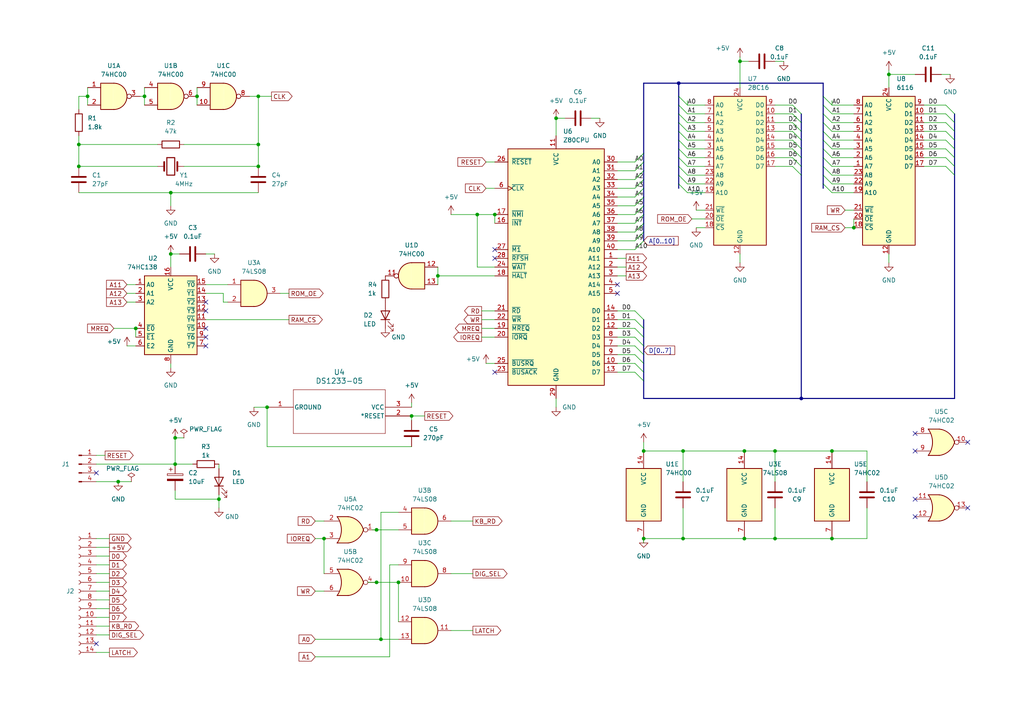
<source format=kicad_sch>
(kicad_sch (version 20230121) (generator eeschema)
  (paper "A4")
  (lib_symbols
    (symbol "+5V_1" (power) (pin_names (offset 0))
      (property "Value" "+5V_1" (at 0 3.556 0))
      (symbol "+5V_1_1_1"
        (pin power_in line (at 0 0 90) (length 0) hide (name "+5V") (number "1"))
      )
    )
    (symbol "+5V_2" (power) (pin_names (offset 0))
      (property "Value" "+5V_2" (at 0 3.556 0))
      (symbol "+5V_2_1_1"
        (pin power_in line (at 0 0 90) (length 0) hide (name "+5V") (number "1"))
      )
    )
    (symbol "74xx:74HC00" (pin_names (offset 1.016))
      (property "Reference" "U" (at 0 1.27 0))
      (property "Value" "74HC00" (at 0 -1.27 0))
      (symbol "74HC00_1_1"
        (pin input line (at -7.62 2.54 0) (length 3.81) (name "~") (number "1"))
        (pin input line (at -7.62 -2.54 0) (length 3.81) (name "~") (number "2"))
        (pin output inverted (at 7.62 0 180) (length 3.81) (name "~") (number "3"))
      )
      (symbol "74HC00_1_2"
        (pin input inverted (at -7.62 2.54 0) (length 4.318) (name "~") (number "1"))
        (pin input inverted (at -7.62 -2.54 0) (length 4.318) (name "~") (number "2"))
        (pin output line (at 7.62 0 180) (length 3.81) (name "~") (number "3"))
      )
      (symbol "74HC00_2_1"
        (pin input line (at -7.62 2.54 0) (length 3.81) (name "~") (number "4"))
        (pin input line (at -7.62 -2.54 0) (length 3.81) (name "~") (number "5"))
        (pin output inverted (at 7.62 0 180) (length 3.81) (name "~") (number "6"))
      )
      (symbol "74HC00_2_2"
        (pin input inverted (at -7.62 2.54 0) (length 4.318) (name "~") (number "4"))
        (pin input inverted (at -7.62 -2.54 0) (length 4.318) (name "~") (number "5"))
        (pin output line (at 7.62 0 180) (length 3.81) (name "~") (number "6"))
      )
      (symbol "74HC00_3_1"
        (pin input line (at -7.62 -2.54 0) (length 3.81) (name "~") (number "10"))
        (pin output inverted (at 7.62 0 180) (length 3.81) (name "~") (number "8"))
        (pin input line (at -7.62 2.54 0) (length 3.81) (name "~") (number "9"))
      )
      (symbol "74HC00_3_2"
        (pin input inverted (at -7.62 -2.54 0) (length 4.318) (name "~") (number "10"))
        (pin output line (at 7.62 0 180) (length 3.81) (name "~") (number "8"))
        (pin input inverted (at -7.62 2.54 0) (length 4.318) (name "~") (number "9"))
      )
      (symbol "74HC00_4_1"
        (pin output inverted (at 7.62 0 180) (length 3.81) (name "~") (number "11"))
        (pin input line (at -7.62 2.54 0) (length 3.81) (name "~") (number "12"))
        (pin input line (at -7.62 -2.54 0) (length 3.81) (name "~") (number "13"))
      )
      (symbol "74HC00_4_2"
        (pin output line (at 7.62 0 180) (length 3.81) (name "~") (number "11"))
        (pin input inverted (at -7.62 2.54 0) (length 4.318) (name "~") (number "12"))
        (pin input inverted (at -7.62 -2.54 0) (length 4.318) (name "~") (number "13"))
      )
      (symbol "74HC00_5_0"
        (pin power_in line (at 0 12.7 270) (length 5.08) (name "VCC") (number "14"))
        (pin power_in line (at 0 -12.7 90) (length 5.08) (name "GND") (number "7"))
      )
    )
    (symbol "74xx:74HC02" (pin_names (offset 1.016))
      (property "Reference" "U" (at 0 1.27 0))
      (property "Value" "74HC02" (at 0 -1.27 0))
      (symbol "74HC02_1_1"
        (pin output inverted (at 7.62 0 180) (length 3.81) (name "~") (number "1"))
        (pin input line (at -7.62 2.54 0) (length 4.318) (name "~") (number "2"))
        (pin input line (at -7.62 -2.54 0) (length 4.318) (name "~") (number "3"))
      )
      (symbol "74HC02_1_2"
        (pin output line (at 7.62 0 180) (length 3.81) (name "~") (number "1"))
        (pin input inverted (at -7.62 2.54 0) (length 3.81) (name "~") (number "2"))
        (pin input inverted (at -7.62 -2.54 0) (length 3.81) (name "~") (number "3"))
      )
      (symbol "74HC02_2_1"
        (pin output inverted (at 7.62 0 180) (length 3.81) (name "~") (number "4"))
        (pin input line (at -7.62 2.54 0) (length 4.318) (name "~") (number "5"))
        (pin input line (at -7.62 -2.54 0) (length 4.318) (name "~") (number "6"))
      )
      (symbol "74HC02_2_2"
        (pin output line (at 7.62 0 180) (length 3.81) (name "~") (number "4"))
        (pin input inverted (at -7.62 2.54 0) (length 3.81) (name "~") (number "5"))
        (pin input inverted (at -7.62 -2.54 0) (length 3.81) (name "~") (number "6"))
      )
      (symbol "74HC02_3_1"
        (pin output inverted (at 7.62 0 180) (length 3.81) (name "~") (number "10"))
        (pin input line (at -7.62 2.54 0) (length 4.318) (name "~") (number "8"))
        (pin input line (at -7.62 -2.54 0) (length 4.318) (name "~") (number "9"))
      )
      (symbol "74HC02_3_2"
        (pin output line (at 7.62 0 180) (length 3.81) (name "~") (number "10"))
        (pin input inverted (at -7.62 2.54 0) (length 3.81) (name "~") (number "8"))
        (pin input inverted (at -7.62 -2.54 0) (length 3.81) (name "~") (number "9"))
      )
      (symbol "74HC02_4_1"
        (pin input line (at -7.62 2.54 0) (length 4.318) (name "~") (number "11"))
        (pin input line (at -7.62 -2.54 0) (length 4.318) (name "~") (number "12"))
        (pin output inverted (at 7.62 0 180) (length 3.81) (name "~") (number "13"))
      )
      (symbol "74HC02_4_2"
        (pin input inverted (at -7.62 2.54 0) (length 3.81) (name "~") (number "11"))
        (pin input inverted (at -7.62 -2.54 0) (length 3.81) (name "~") (number "12"))
        (pin output line (at 7.62 0 180) (length 3.81) (name "~") (number "13"))
      )
      (symbol "74HC02_5_0"
        (pin power_in line (at 0 12.7 270) (length 5.08) (name "VCC") (number "14"))
        (pin power_in line (at 0 -12.7 90) (length 5.08) (name "GND") (number "7"))
      )
    )
    (symbol "74xx:74HC138"
      (property "Reference" "U" (at -7.62 13.97 0))
      (property "Value" "74HC138" (at 2.54 -11.43 0))
      (symbol "74HC138_1_1"
        (pin input line (at -10.16 10.16 0) (length 2.54) (name "A0") (number "1"))
        (pin output line (at 10.16 -2.54 180) (length 2.54) (name "~{Y5}") (number "10"))
        (pin output line (at 10.16 0 180) (length 2.54) (name "~{Y4}") (number "11"))
        (pin output line (at 10.16 2.54 180) (length 2.54) (name "~{Y3}") (number "12"))
        (pin output line (at 10.16 5.08 180) (length 2.54) (name "~{Y2}") (number "13"))
        (pin output line (at 10.16 7.62 180) (length 2.54) (name "~{Y1}") (number "14"))
        (pin output line (at 10.16 10.16 180) (length 2.54) (name "~{Y0}") (number "15"))
        (pin power_in line (at 0 15.24 270) (length 2.54) (name "VCC") (number "16"))
        (pin input line (at -10.16 7.62 0) (length 2.54) (name "A1") (number "2"))
        (pin input line (at -10.16 5.08 0) (length 2.54) (name "A2") (number "3"))
        (pin input line (at -10.16 -2.54 0) (length 2.54) (name "~{E0}") (number "4"))
        (pin input line (at -10.16 -5.08 0) (length 2.54) (name "~{E1}") (number "5"))
        (pin input line (at -10.16 -7.62 0) (length 2.54) (name "E2") (number "6"))
        (pin output line (at 10.16 -7.62 180) (length 2.54) (name "~{Y7}") (number "7"))
        (pin power_in line (at 0 -12.7 90) (length 2.54) (name "GND") (number "8"))
        (pin output line (at 10.16 -5.08 180) (length 2.54) (name "~{Y6}") (number "9"))
      )
    )
    (symbol "74xx:74LS08" (pin_names (offset 1.016))
      (property "Reference" "U" (at 0 1.27 0))
      (property "Value" "74LS08" (at 0 -1.27 0))
      (symbol "74LS08_1_1"
        (pin input line (at -7.62 2.54 0) (length 3.81) (name "~") (number "1"))
        (pin input line (at -7.62 -2.54 0) (length 3.81) (name "~") (number "2"))
        (pin output line (at 7.62 0 180) (length 3.81) (name "~") (number "3"))
      )
      (symbol "74LS08_1_2"
        (pin input inverted (at -7.62 2.54 0) (length 4.318) (name "~") (number "1"))
        (pin input inverted (at -7.62 -2.54 0) (length 4.318) (name "~") (number "2"))
        (pin output inverted (at 7.62 0 180) (length 3.81) (name "~") (number "3"))
      )
      (symbol "74LS08_2_1"
        (pin input line (at -7.62 2.54 0) (length 3.81) (name "~") (number "4"))
        (pin input line (at -7.62 -2.54 0) (length 3.81) (name "~") (number "5"))
        (pin output line (at 7.62 0 180) (length 3.81) (name "~") (number "6"))
      )
      (symbol "74LS08_2_2"
        (pin input inverted (at -7.62 2.54 0) (length 4.318) (name "~") (number "4"))
        (pin input inverted (at -7.62 -2.54 0) (length 4.318) (name "~") (number "5"))
        (pin output inverted (at 7.62 0 180) (length 3.81) (name "~") (number "6"))
      )
      (symbol "74LS08_3_1"
        (pin input line (at -7.62 -2.54 0) (length 3.81) (name "~") (number "10"))
        (pin output line (at 7.62 0 180) (length 3.81) (name "~") (number "8"))
        (pin input line (at -7.62 2.54 0) (length 3.81) (name "~") (number "9"))
      )
      (symbol "74LS08_3_2"
        (pin input inverted (at -7.62 -2.54 0) (length 4.318) (name "~") (number "10"))
        (pin output inverted (at 7.62 0 180) (length 3.81) (name "~") (number "8"))
        (pin input inverted (at -7.62 2.54 0) (length 4.318) (name "~") (number "9"))
      )
      (symbol "74LS08_4_1"
        (pin output line (at 7.62 0 180) (length 3.81) (name "~") (number "11"))
        (pin input line (at -7.62 2.54 0) (length 3.81) (name "~") (number "12"))
        (pin input line (at -7.62 -2.54 0) (length 3.81) (name "~") (number "13"))
      )
      (symbol "74LS08_4_2"
        (pin output inverted (at 7.62 0 180) (length 3.81) (name "~") (number "11"))
        (pin input inverted (at -7.62 2.54 0) (length 4.318) (name "~") (number "12"))
        (pin input inverted (at -7.62 -2.54 0) (length 4.318) (name "~") (number "13"))
      )
      (symbol "74LS08_5_0"
        (pin power_in line (at 0 12.7 270) (length 5.08) (name "VCC") (number "14"))
        (pin power_in line (at 0 -12.7 90) (length 5.08) (name "GND") (number "7"))
      )
    )
    (symbol "CPU:Z80CPU" (pin_names (offset 1.016))
      (property "Reference" "U" (at -13.97 35.56 0))
      (property "Value" "Z80CPU" (at 6.35 35.56 0))
      (symbol "Z80CPU_1_1"
        (pin output line (at 17.78 2.54 180) (length 3.81) (name "A11") (number "1"))
        (pin bidirectional line (at 17.78 -27.94 180) (length 3.81) (name "D6") (number "10"))
        (pin power_in line (at 0 38.1 270) (length 3.81) (name "VCC") (number "11"))
        (pin bidirectional line (at 17.78 -17.78 180) (length 3.81) (name "D2") (number "12"))
        (pin bidirectional line (at 17.78 -30.48 180) (length 3.81) (name "D7") (number "13"))
        (pin bidirectional line (at 17.78 -12.7 180) (length 3.81) (name "D0") (number "14"))
        (pin bidirectional line (at 17.78 -15.24 180) (length 3.81) (name "D1") (number "15"))
        (pin input line (at -17.78 12.7 0) (length 3.81) (name "~{INT}") (number "16"))
        (pin input line (at -17.78 15.24 0) (length 3.81) (name "~{NMI}") (number "17"))
        (pin output line (at -17.78 -2.54 0) (length 3.81) (name "~{HALT}") (number "18"))
        (pin output line (at -17.78 -17.78 0) (length 3.81) (name "~{MREQ}") (number "19"))
        (pin output line (at 17.78 0 180) (length 3.81) (name "A12") (number "2"))
        (pin output line (at -17.78 -20.32 0) (length 3.81) (name "~{IORQ}") (number "20"))
        (pin output line (at -17.78 -12.7 0) (length 3.81) (name "~{RD}") (number "21"))
        (pin output line (at -17.78 -15.24 0) (length 3.81) (name "~{WR}") (number "22"))
        (pin output line (at -17.78 -30.48 0) (length 3.81) (name "~{BUSACK}") (number "23"))
        (pin input line (at -17.78 0 0) (length 3.81) (name "~{WAIT}") (number "24"))
        (pin input line (at -17.78 -27.94 0) (length 3.81) (name "~{BUSRQ}") (number "25"))
        (pin input line (at -17.78 30.48 0) (length 3.81) (name "~{RESET}") (number "26"))
        (pin output line (at -17.78 5.08 0) (length 3.81) (name "~{M1}") (number "27"))
        (pin output line (at -17.78 2.54 0) (length 3.81) (name "~{RFSH}") (number "28"))
        (pin power_in line (at 0 -38.1 90) (length 3.81) (name "GND") (number "29"))
        (pin output line (at 17.78 -2.54 180) (length 3.81) (name "A13") (number "3"))
        (pin output line (at 17.78 30.48 180) (length 3.81) (name "A0") (number "30"))
        (pin output line (at 17.78 27.94 180) (length 3.81) (name "A1") (number "31"))
        (pin output line (at 17.78 25.4 180) (length 3.81) (name "A2") (number "32"))
        (pin output line (at 17.78 22.86 180) (length 3.81) (name "A3") (number "33"))
        (pin output line (at 17.78 20.32 180) (length 3.81) (name "A4") (number "34"))
        (pin output line (at 17.78 17.78 180) (length 3.81) (name "A5") (number "35"))
        (pin output line (at 17.78 15.24 180) (length 3.81) (name "A6") (number "36"))
        (pin output line (at 17.78 12.7 180) (length 3.81) (name "A7") (number "37"))
        (pin output line (at 17.78 10.16 180) (length 3.81) (name "A8") (number "38"))
        (pin output line (at 17.78 7.62 180) (length 3.81) (name "A9") (number "39"))
        (pin output line (at 17.78 -5.08 180) (length 3.81) (name "A14") (number "4"))
        (pin output line (at 17.78 5.08 180) (length 3.81) (name "A10") (number "40"))
        (pin output line (at 17.78 -7.62 180) (length 3.81) (name "A15") (number "5"))
        (pin input clock (at -17.78 22.86 0) (length 3.81) (name "~{CLK}") (number "6"))
        (pin bidirectional line (at 17.78 -22.86 180) (length 3.81) (name "D4") (number "7"))
        (pin bidirectional line (at 17.78 -20.32 180) (length 3.81) (name "D3") (number "8"))
        (pin bidirectional line (at 17.78 -25.4 180) (length 3.81) (name "D5") (number "9"))
      )
    )
    (symbol "Connector:Conn_01x04_Pin" (pin_names (offset 1.016) hide)
      (property "Reference" "J" (at 0 5.08 0))
      (property "Value" "Conn_01x04_Pin" (at 0 -7.62 0))
      (symbol "Conn_01x04_Pin_1_1"
        (pin passive line (at 5.08 2.54 180) (length 3.81) (name "Pin_1") (number "1"))
        (pin passive line (at 5.08 0 180) (length 3.81) (name "Pin_2") (number "2"))
        (pin passive line (at 5.08 -2.54 180) (length 3.81) (name "Pin_3") (number "3"))
        (pin passive line (at 5.08 -5.08 180) (length 3.81) (name "Pin_4") (number "4"))
      )
    )
    (symbol "Connector:Conn_01x14_Socket" (pin_names (offset 1.016) hide)
      (property "Reference" "J" (at 0 17.78 0))
      (property "Value" "Conn_01x14_Socket" (at 0 -20.32 0))
      (symbol "Conn_01x14_Socket_1_1"
        (pin passive line (at -5.08 15.24 0) (length 3.81) (name "Pin_1") (number "1"))
        (pin passive line (at -5.08 -7.62 0) (length 3.81) (name "Pin_10") (number "10"))
        (pin passive line (at -5.08 -10.16 0) (length 3.81) (name "Pin_11") (number "11"))
        (pin passive line (at -5.08 -12.7 0) (length 3.81) (name "Pin_12") (number "12"))
        (pin passive line (at -5.08 -15.24 0) (length 3.81) (name "Pin_13") (number "13"))
        (pin passive line (at -5.08 -17.78 0) (length 3.81) (name "Pin_14") (number "14"))
        (pin passive line (at -5.08 12.7 0) (length 3.81) (name "Pin_2") (number "2"))
        (pin passive line (at -5.08 10.16 0) (length 3.81) (name "Pin_3") (number "3"))
        (pin passive line (at -5.08 7.62 0) (length 3.81) (name "Pin_4") (number "4"))
        (pin passive line (at -5.08 5.08 0) (length 3.81) (name "Pin_5") (number "5"))
        (pin passive line (at -5.08 2.54 0) (length 3.81) (name "Pin_6") (number "6"))
        (pin passive line (at -5.08 0 0) (length 3.81) (name "Pin_7") (number "7"))
        (pin passive line (at -5.08 -2.54 0) (length 3.81) (name "Pin_8") (number "8"))
        (pin passive line (at -5.08 -5.08 0) (length 3.81) (name "Pin_9") (number "9"))
      )
    )
    (symbol "DQ_Library:28C16"
      (property "Reference" "U" (at -7.62 26.67 0))
      (property "Value" "28C16" (at 2.54 -20.32 0))
      (symbol "28C16_1_1"
        (pin input line (at -10.16 5.08 0) (length 2.54) (name "A7") (number "1"))
        (pin tri_state line (at 10.16 20.32 180) (length 2.54) (name "D1") (number "10"))
        (pin tri_state line (at 10.16 17.78 180) (length 2.54) (name "D2") (number "11"))
        (pin power_in line (at 0 -20.32 90) (length 2.54) (name "GND") (number "12"))
        (pin tri_state line (at 10.16 15.24 180) (length 2.54) (name "D3") (number "13"))
        (pin tri_state line (at 10.16 12.7 180) (length 2.54) (name "D4") (number "14"))
        (pin tri_state line (at 10.16 10.16 180) (length 2.54) (name "D5") (number "15"))
        (pin tri_state line (at 10.16 7.62 180) (length 2.54) (name "D6") (number "16"))
        (pin tri_state line (at 10.16 5.08 180) (length 2.54) (name "D7") (number "17"))
        (pin input line (at -10.16 -12.7 0) (length 2.54) (name "~{CS}") (number "18"))
        (pin input line (at -10.16 -2.54 0) (length 2.54) (name "A10") (number "19"))
        (pin input line (at -10.16 7.62 0) (length 2.54) (name "A6") (number "2"))
        (pin input line (at -10.16 -10.16 0) (length 2.54) (name "~{OE}") (number "20"))
        (pin input line (at -10.16 -7.62 0) (length 2.54) (name "~{WE}") (number "21"))
        (pin input line (at -10.16 0 0) (length 2.54) (name "A9") (number "22"))
        (pin input line (at -10.16 2.54 0) (length 2.54) (name "A8") (number "23"))
        (pin power_in line (at 0 27.94 270) (length 2.54) (name "VCC") (number "24"))
        (pin input line (at -10.16 10.16 0) (length 2.54) (name "A5") (number "3"))
        (pin input line (at -10.16 12.7 0) (length 2.54) (name "A4") (number "4"))
        (pin input line (at -10.16 15.24 0) (length 2.54) (name "A3") (number "5"))
        (pin input line (at -10.16 17.78 0) (length 2.54) (name "A2") (number "6"))
        (pin input line (at -10.16 20.32 0) (length 2.54) (name "A1") (number "7"))
        (pin input line (at -10.16 22.86 0) (length 2.54) (name "A0") (number "8"))
        (pin tri_state line (at 10.16 22.86 180) (length 2.54) (name "D0") (number "9"))
      )
    )
    (symbol "DQ_Library:6116"
      (property "Reference" "U" (at -7.62 26.67 0))
      (property "Value" "6116" (at 2.54 -20.32 0))
      (symbol "6116_0_0"
        (pin input line (at -10.16 0 0) (length 2.54) (name "A9") (number "22"))
      )
      (symbol "6116_1_1"
        (pin input line (at -10.16 5.08 0) (length 2.54) (name "A7") (number "1"))
        (pin tri_state line (at 10.16 20.32 180) (length 2.54) (name "D1") (number "10"))
        (pin tri_state line (at 10.16 17.78 180) (length 2.54) (name "D2") (number "11"))
        (pin power_in line (at 0 -20.32 90) (length 2.54) (name "GND") (number "12"))
        (pin tri_state line (at 10.16 15.24 180) (length 2.54) (name "D3") (number "13"))
        (pin tri_state line (at 10.16 12.7 180) (length 2.54) (name "D4") (number "14"))
        (pin tri_state line (at 10.16 10.16 180) (length 2.54) (name "D5") (number "15"))
        (pin tri_state line (at 10.16 7.62 180) (length 2.54) (name "D6") (number "16"))
        (pin tri_state line (at 10.16 5.08 180) (length 2.54) (name "D7") (number "17"))
        (pin input line (at -10.16 -12.7 0) (length 2.54) (name "~{CS}") (number "18"))
        (pin input line (at -10.16 -2.54 0) (length 2.54) (name "A10") (number "19"))
        (pin input line (at -10.16 7.62 0) (length 2.54) (name "A6") (number "2"))
        (pin input line (at -10.16 -10.16 0) (length 2.54) (name "~{OE}") (number "20"))
        (pin input line (at -10.16 -7.62 0) (length 2.54) (name "~{WE}") (number "21"))
        (pin input line (at -10.16 2.54 0) (length 2.54) (name "A8") (number "23"))
        (pin power_in line (at 0 27.94 270) (length 2.54) (name "VCC") (number "24"))
        (pin input line (at -10.16 10.16 0) (length 2.54) (name "A5") (number "3"))
        (pin input line (at -10.16 12.7 0) (length 2.54) (name "A4") (number "4"))
        (pin input line (at -10.16 15.24 0) (length 2.54) (name "A3") (number "5"))
        (pin input line (at -10.16 17.78 0) (length 2.54) (name "A2") (number "6"))
        (pin input line (at -10.16 20.32 0) (length 2.54) (name "A1") (number "7"))
        (pin input line (at -10.16 22.86 0) (length 2.54) (name "A0") (number "8"))
        (pin tri_state line (at 10.16 22.86 180) (length 2.54) (name "D0") (number "9"))
      )
    )
    (symbol "DS1233-05:DS1233-05" (pin_names (offset 0.254))
      (property "Reference" "U" (at 21.59 10.16 0))
      (property "Value" "DS1233-05" (at 21.59 7.62 0))
      (symbol "DS1233-05_0_1"
        (pin power_in line (at 0 0 0) (length 7.62) (name "GROUND") (number "1"))
        (pin power_in line (at 41.91 0 180) (length 7.62) (name "VCC") (number "3"))
      )
      (symbol "DS1233-05_1_1"
        (pin output line (at 41.91 -2.54 180) (length 7.62) (name "*RESET") (number "2"))
      )
    )
    (symbol "Device:C" (pin_numbers hide) (pin_names (offset 0.254))
      (property "Reference" "C" (at 0.635 2.54 0))
      (property "Value" "C" (at 0.635 -2.54 0))
      (symbol "C_1_1"
        (pin passive line (at 0 3.81 270) (length 2.794) (name "~") (number "1"))
        (pin passive line (at 0 -3.81 90) (length 2.794) (name "~") (number "2"))
      )
    )
    (symbol "Device:C_Polarized" (pin_numbers hide) (pin_names (offset 0.254))
      (property "Reference" "C" (at 0.635 2.54 0))
      (property "Value" "C_Polarized" (at 0.635 -2.54 0))
      (symbol "C_Polarized_1_1"
        (pin passive line (at 0 3.81 270) (length 2.794) (name "~") (number "1"))
        (pin passive line (at 0 -3.81 90) (length 2.794) (name "~") (number "2"))
      )
    )
    (symbol "Device:Crystal" (pin_numbers hide) (pin_names (offset 1.016) hide)
      (property "Reference" "Y" (at 0 3.81 0))
      (property "Value" "Crystal" (at 0 -3.81 0))
      (symbol "Crystal_1_1"
        (pin passive line (at -3.81 0 0) (length 1.27) (name "1") (number "1"))
        (pin passive line (at 3.81 0 180) (length 1.27) (name "2") (number "2"))
      )
    )
    (symbol "Device:LED" (pin_numbers hide) (pin_names (offset 1.016) hide)
      (property "Reference" "D" (at 0 2.54 0))
      (property "Value" "LED" (at 0 -2.54 0))
      (symbol "LED_1_1"
        (pin passive line (at -3.81 0 0) (length 2.54) (name "K") (number "1"))
        (pin passive line (at 3.81 0 180) (length 2.54) (name "A") (number "2"))
      )
    )
    (symbol "Device:R" (pin_numbers hide) (pin_names (offset 0))
      (property "Reference" "R" (at 2.032 0 90))
      (property "Value" "R" (at 0 0 90))
      (symbol "R_1_1"
        (pin passive line (at 0 3.81 270) (length 1.27) (name "~") (number "1"))
        (pin passive line (at 0 -3.81 90) (length 1.27) (name "~") (number "2"))
      )
    )
    (symbol "GND_1" (power) (pin_names (offset 0))
      (property "Value" "GND_1" (at 0 -3.81 0))
      (symbol "GND_1_1_1"
        (pin power_in line (at 0 0 270) (length 0) hide (name "GND") (number "1"))
      )
    )
    (symbol "power:PWR_FLAG" (power) (pin_numbers hide) (pin_names (offset 0) hide)
      (property "Value" "PWR_FLAG" (at 0 3.81 0))
      (symbol "PWR_FLAG_0_0"
        (pin power_out line (at 0 0 90) (length 0) (name "pwr") (number "1"))
      )
    )
  )
  (bus_alias "DBus" (members "D0" "D1" "D2" "D3" "D4" "D5" "D6" "D7"))
  (junction (at 49.53 55.88))
  (junction (at 215.9 130.81))
  (junction (at 74.93 41.91))
  (junction (at 224.79 130.81))
  (junction (at 50.8 127))
  (junction (at 74.93 27.94))
  (junction (at 93.98 156.21))
  (junction (at 161.29 34.29))
  (junction (at 39.37 95.25))
  (junction (at 109.22 168.91))
  (junction (at 143.51 62.23))
  (junction (at 127 80.01))
  (junction (at 198.12 156.21))
  (junction (at 186.69 130.81))
  (junction (at 198.12 130.81))
  (junction (at 214.63 17.78))
  (junction (at 115.57 168.91))
  (junction (at 57.15 27.94))
  (junction (at 196.85 24.13))
  (junction (at 25.4 27.94))
  (junction (at 224.79 156.21))
  (junction (at 50.8 134.62))
  (junction (at 77.47 118.11))
  (junction (at 119.38 120.65))
  (junction (at 74.93 48.26))
  (junction (at 241.3 130.81))
  (junction (at 109.22 153.67))
  (junction (at 110.49 185.42))
  (junction (at 247.65 66.04))
  (junction (at 186.69 156.21))
  (junction (at 232.41 115.57))
  (junction (at 22.86 48.26))
  (junction (at 215.9 156.21))
  (junction (at 22.86 41.91))
  (junction (at 49.53 73.66))
  (junction (at 257.81 21.59))
  (junction (at 241.3 156.21))
  (junction (at 34.29 139.7))
  (junction (at 63.5 144.78))
  (junction (at 41.91 27.94))
  (junction (at 138.43 62.23))
  (no_connect (at 179.07 85.09))
  (no_connect (at 265.43 125.73))
  (no_connect (at 59.69 95.25))
  (no_connect (at 265.43 149.86))
  (no_connect (at 27.94 186.69))
  (no_connect (at 143.51 72.39))
  (no_connect (at 265.43 144.78))
  (no_connect (at 59.69 100.33))
  (no_connect (at 143.51 107.95))
  (no_connect (at 143.51 74.93))
  (no_connect (at 179.07 82.55))
  (no_connect (at 59.69 97.79))
  (no_connect (at 265.43 130.81))
  (no_connect (at 59.69 87.63))
  (no_connect (at 280.67 128.27))
  (no_connect (at 59.69 90.17))
  (no_connect (at 280.67 147.32))
  (no_connect (at 27.94 137.16))
  (bus_entry (at 238.76 53.34) (size 2.54 2.54))
  (bus_entry (at 238.76 38.1) (size 2.54 2.54))
  (bus_entry (at 238.76 43.18) (size 2.54 2.54))
  (bus_entry (at 186.69 46.99) (size -2.54 2.54))
  (bus_entry (at 196.85 43.18) (size 2.54 2.54))
  (bus_entry (at 238.76 48.26) (size 2.54 2.54))
  (bus_entry (at 196.85 38.1) (size 2.54 2.54))
  (bus_entry (at 186.69 57.15) (size -2.54 2.54))
  (bus_entry (at 238.76 40.64) (size 2.54 2.54))
  (bus_entry (at 196.85 50.8) (size 2.54 2.54))
  (bus_entry (at 196.85 40.64) (size 2.54 2.54))
  (bus_entry (at 229.87 40.64) (size 2.54 2.54))
  (bus_entry (at 229.87 43.18) (size 2.54 2.54))
  (bus_entry (at 229.87 45.72) (size 2.54 2.54))
  (bus_entry (at 229.87 48.26) (size 2.54 2.54))
  (bus_entry (at 186.69 44.45) (size -2.54 2.54))
  (bus_entry (at 229.87 30.48) (size 2.54 2.54))
  (bus_entry (at 229.87 33.02) (size 2.54 2.54))
  (bus_entry (at 229.87 35.56) (size 2.54 2.54))
  (bus_entry (at 229.87 38.1) (size 2.54 2.54))
  (bus_entry (at 186.69 62.23) (size -2.54 2.54))
  (bus_entry (at 196.85 30.48) (size 2.54 2.54))
  (bus_entry (at 196.85 45.72) (size 2.54 2.54))
  (bus_entry (at 238.76 50.8) (size 2.54 2.54))
  (bus_entry (at 238.76 33.02) (size 2.54 2.54))
  (bus_entry (at 184.15 102.87) (size 2.54 2.54))
  (bus_entry (at 184.15 90.17) (size 2.54 2.54))
  (bus_entry (at 184.15 92.71) (size 2.54 2.54))
  (bus_entry (at 184.15 95.25) (size 2.54 2.54))
  (bus_entry (at 184.15 97.79) (size 2.54 2.54))
  (bus_entry (at 184.15 100.33) (size 2.54 2.54))
  (bus_entry (at 186.69 49.53) (size -2.54 2.54))
  (bus_entry (at 196.85 33.02) (size 2.54 2.54))
  (bus_entry (at 238.76 30.48) (size 2.54 2.54))
  (bus_entry (at 186.69 52.07) (size -2.54 2.54))
  (bus_entry (at 238.76 45.72) (size 2.54 2.54))
  (bus_entry (at 196.85 48.26) (size 2.54 2.54))
  (bus_entry (at 196.85 53.34) (size 2.54 2.54))
  (bus_entry (at 186.69 67.31) (size -2.54 2.54))
  (bus_entry (at 238.76 27.94) (size 2.54 2.54))
  (bus_entry (at 196.85 27.94) (size 2.54 2.54))
  (bus_entry (at 186.69 59.69) (size -2.54 2.54))
  (bus_entry (at 274.32 35.56) (size 2.54 2.54))
  (bus_entry (at 274.32 33.02) (size 2.54 2.54))
  (bus_entry (at 274.32 30.48) (size 2.54 2.54))
  (bus_entry (at 274.32 43.18) (size 2.54 2.54))
  (bus_entry (at 274.32 40.64) (size 2.54 2.54))
  (bus_entry (at 274.32 38.1) (size 2.54 2.54))
  (bus_entry (at 274.32 45.72) (size 2.54 2.54))
  (bus_entry (at 274.32 48.26) (size 2.54 2.54))
  (bus_entry (at 196.85 35.56) (size 2.54 2.54))
  (bus_entry (at 186.69 54.61) (size -2.54 2.54))
  (bus_entry (at 186.69 69.85) (size -2.54 2.54))
  (bus_entry (at 186.69 64.77) (size -2.54 2.54))
  (bus_entry (at 184.15 105.41) (size 2.54 2.54))
  (bus_entry (at 184.15 107.95) (size 2.54 2.54))
  (bus_entry (at 238.76 35.56) (size 2.54 2.54))
  (wire (pts (xy 41.91 27.94) (xy 41.91 30.48)))
  (bus (pts (xy 186.69 67.31) (xy 186.69 64.77)))
  (wire (pts (xy 267.97 33.02) (xy 274.32 33.02)))
  (wire (pts (xy 267.97 30.48) (xy 274.32 30.48)))
  (wire (pts (xy 199.39 40.64) (xy 204.47 40.64)))
  (wire (pts (xy 113.03 190.5) (xy 91.44 190.5)))
  (wire (pts (xy 27.94 156.21) (xy 31.75 156.21)))
  (bus (pts (xy 238.76 24.13) (xy 238.76 27.94)))
  (wire (pts (xy 201.93 60.96) (xy 204.47 60.96)))
  (wire (pts (xy 34.29 139.7) (xy 38.1 139.7)))
  (wire (pts (xy 27.94 171.45) (xy 31.75 171.45)))
  (wire (pts (xy 50.8 127) (xy 53.34 127)))
  (wire (pts (xy 127 80.01) (xy 127 82.55)))
  (wire (pts (xy 199.39 48.26) (xy 204.47 48.26)))
  (wire (pts (xy 27.94 184.15) (xy 31.75 184.15)))
  (wire (pts (xy 109.22 168.91) (xy 115.57 168.91)))
  (wire (pts (xy 22.86 41.91) (xy 45.72 41.91)))
  (wire (pts (xy 186.69 130.81) (xy 198.12 130.81)))
  (wire (pts (xy 130.81 182.88) (xy 137.16 182.88)))
  (bus (pts (xy 232.41 115.57) (xy 276.86 115.57)))
  (wire (pts (xy 215.9 156.21) (xy 224.79 156.21)))
  (wire (pts (xy 91.44 185.42) (xy 110.49 185.42)))
  (wire (pts (xy 130.81 151.13) (xy 137.16 151.13)))
  (wire (pts (xy 267.97 45.72) (xy 274.32 45.72)))
  (wire (pts (xy 198.12 130.81) (xy 215.9 130.81)))
  (wire (pts (xy 247.65 63.5) (xy 247.65 66.04)))
  (wire (pts (xy 199.39 30.48) (xy 199.39 29.21)))
  (wire (pts (xy 50.8 127) (xy 50.8 134.62)))
  (wire (pts (xy 224.79 35.56) (xy 229.87 35.56)))
  (wire (pts (xy 241.3 33.02) (xy 247.65 33.02)))
  (wire (pts (xy 27.94 181.61) (xy 31.75 181.61)))
  (bus (pts (xy 186.69 107.95) (xy 186.69 110.49)))
  (wire (pts (xy 241.3 30.48) (xy 247.65 30.48)))
  (wire (pts (xy 93.98 156.21) (xy 93.98 166.37)))
  (wire (pts (xy 22.86 27.94) (xy 22.86 31.75)))
  (wire (pts (xy 50.8 134.62) (xy 55.88 134.62)))
  (bus (pts (xy 276.86 35.56) (xy 276.86 38.1)))
  (wire (pts (xy 140.97 54.61) (xy 143.51 54.61)))
  (wire (pts (xy 179.07 92.71) (xy 184.15 92.71)))
  (wire (pts (xy 179.07 100.33) (xy 184.15 100.33)))
  (wire (pts (xy 179.07 46.99) (xy 184.15 46.99)))
  (wire (pts (xy 36.83 82.55) (xy 39.37 82.55)))
  (bus (pts (xy 196.85 35.56) (xy 196.85 38.1)))
  (wire (pts (xy 199.39 55.88) (xy 204.47 55.88)))
  (wire (pts (xy 198.12 139.7) (xy 198.12 130.81)))
  (wire (pts (xy 64.77 87.63) (xy 66.04 87.63)))
  (wire (pts (xy 179.07 97.79) (xy 184.15 97.79)))
  (bus (pts (xy 196.85 30.48) (xy 196.85 33.02)))
  (wire (pts (xy 143.51 77.47) (xy 138.43 77.47)))
  (wire (pts (xy 241.3 55.88) (xy 247.65 55.88)))
  (wire (pts (xy 201.93 66.04) (xy 204.47 66.04)))
  (bus (pts (xy 276.86 40.64) (xy 276.86 43.18)))
  (wire (pts (xy 107.95 153.67) (xy 109.22 153.67)))
  (bus (pts (xy 186.69 95.25) (xy 186.69 97.79)))
  (bus (pts (xy 186.69 115.57) (xy 232.41 115.57)))
  (wire (pts (xy 267.97 48.26) (xy 274.32 48.26)))
  (wire (pts (xy 224.79 130.81) (xy 224.79 139.7)))
  (wire (pts (xy 273.05 21.59) (xy 275.59 21.59)))
  (bus (pts (xy 186.69 44.45) (xy 186.69 24.13)))
  (bus (pts (xy 186.69 102.87) (xy 186.69 105.41)))
  (wire (pts (xy 199.39 35.56) (xy 204.47 35.56)))
  (wire (pts (xy 199.39 43.18) (xy 204.47 43.18)))
  (wire (pts (xy 49.53 73.66) (xy 49.53 77.47)))
  (wire (pts (xy 224.79 30.48) (xy 229.87 30.48)))
  (wire (pts (xy 179.07 49.53) (xy 184.15 49.53)))
  (wire (pts (xy 245.11 66.04) (xy 247.65 66.04)))
  (bus (pts (xy 186.69 52.07) (xy 186.69 49.53)))
  (wire (pts (xy 251.46 139.7) (xy 251.46 130.81)))
  (wire (pts (xy 49.53 105.41) (xy 49.53 106.68)))
  (wire (pts (xy 179.07 90.17) (xy 184.15 90.17)))
  (wire (pts (xy 171.45 34.29) (xy 173.99 34.29)))
  (wire (pts (xy 53.34 48.26) (xy 74.93 48.26)))
  (wire (pts (xy 198.12 156.21) (xy 215.9 156.21)))
  (wire (pts (xy 215.9 130.81) (xy 224.79 130.81)))
  (wire (pts (xy 224.79 130.81) (xy 241.3 130.81)))
  (wire (pts (xy 25.4 27.94) (xy 25.4 30.48)))
  (wire (pts (xy 179.07 95.25) (xy 184.15 95.25)))
  (wire (pts (xy 186.69 156.21) (xy 186.69 157.48)))
  (wire (pts (xy 179.07 67.31) (xy 184.15 67.31)))
  (bus (pts (xy 276.86 45.72) (xy 276.86 48.26)))
  (wire (pts (xy 179.07 74.93) (xy 181.61 74.93)))
  (wire (pts (xy 63.5 144.78) (xy 63.5 147.32)))
  (bus (pts (xy 232.41 48.26) (xy 232.41 50.8)))
  (wire (pts (xy 27.94 158.75) (xy 31.75 158.75)))
  (wire (pts (xy 22.86 48.26) (xy 45.72 48.26)))
  (wire (pts (xy 257.81 73.66) (xy 257.81 76.2)))
  (wire (pts (xy 110.49 148.59) (xy 110.49 185.42)))
  (wire (pts (xy 50.8 144.78) (xy 63.5 144.78)))
  (wire (pts (xy 49.53 73.66) (xy 52.07 73.66)))
  (wire (pts (xy 214.63 73.66) (xy 214.63 76.2)))
  (wire (pts (xy 27.94 161.29) (xy 31.75 161.29)))
  (bus (pts (xy 186.69 100.33) (xy 186.69 102.87)))
  (wire (pts (xy 224.79 33.02) (xy 229.87 33.02)))
  (wire (pts (xy 22.86 39.37) (xy 22.86 41.91)))
  (wire (pts (xy 179.07 62.23) (xy 184.15 62.23)))
  (bus (pts (xy 238.76 53.34) (xy 238.76 54.61)))
  (wire (pts (xy 27.94 166.37) (xy 31.75 166.37)))
  (wire (pts (xy 119.38 116.84) (xy 119.38 118.11)))
  (wire (pts (xy 63.5 134.62) (xy 63.5 135.89)))
  (wire (pts (xy 179.07 77.47) (xy 181.61 77.47)))
  (wire (pts (xy 115.57 180.34) (xy 115.57 168.91)))
  (wire (pts (xy 49.53 55.88) (xy 49.53 59.69)))
  (wire (pts (xy 200.66 63.5) (xy 204.47 63.5)))
  (wire (pts (xy 139.7 90.17) (xy 143.51 90.17)))
  (wire (pts (xy 27.94 168.91) (xy 31.75 168.91)))
  (bus (pts (xy 186.69 92.71) (xy 186.69 95.25)))
  (wire (pts (xy 130.81 166.37) (xy 137.16 166.37)))
  (bus (pts (xy 186.69 67.31) (xy 186.69 69.85)))
  (bus (pts (xy 232.41 38.1) (xy 232.41 40.64)))
  (wire (pts (xy 115.57 163.83) (xy 113.03 163.83)))
  (bus (pts (xy 186.69 97.79) (xy 186.69 100.33)))
  (wire (pts (xy 241.3 35.56) (xy 247.65 35.56)))
  (wire (pts (xy 257.81 20.32) (xy 257.81 21.59)))
  (wire (pts (xy 138.43 77.47) (xy 138.43 62.23)))
  (bus (pts (xy 186.69 62.23) (xy 186.69 59.69)))
  (wire (pts (xy 214.63 16.51) (xy 214.63 17.78)))
  (wire (pts (xy 81.28 85.09) (xy 83.82 85.09)))
  (wire (pts (xy 241.3 43.18) (xy 247.65 43.18)))
  (wire (pts (xy 186.69 156.21) (xy 198.12 156.21)))
  (wire (pts (xy 59.69 85.09) (xy 64.77 85.09)))
  (wire (pts (xy 241.3 38.1) (xy 247.65 38.1)))
  (wire (pts (xy 139.7 92.71) (xy 143.51 92.71)))
  (wire (pts (xy 199.39 45.72) (xy 204.47 45.72)))
  (wire (pts (xy 199.39 30.48) (xy 204.47 30.48)))
  (wire (pts (xy 241.3 45.72) (xy 247.65 45.72)))
  (wire (pts (xy 267.97 35.56) (xy 274.32 35.56)))
  (wire (pts (xy 57.15 27.94) (xy 57.15 30.48)))
  (bus (pts (xy 186.69 105.41) (xy 186.69 107.95)))
  (wire (pts (xy 33.02 95.25) (xy 39.37 95.25)))
  (wire (pts (xy 119.38 120.65) (xy 119.38 121.92)))
  (wire (pts (xy 63.5 144.78) (xy 63.5 143.51)))
  (wire (pts (xy 179.07 72.39) (xy 184.15 72.39)))
  (wire (pts (xy 198.12 147.32) (xy 198.12 156.21)))
  (wire (pts (xy 199.39 38.1) (xy 204.47 38.1)))
  (bus (pts (xy 186.69 57.15) (xy 186.69 54.61)))
  (bus (pts (xy 196.85 38.1) (xy 196.85 40.64)))
  (wire (pts (xy 91.44 151.13) (xy 93.98 151.13)))
  (bus (pts (xy 186.69 59.69) (xy 186.69 57.15)))
  (wire (pts (xy 267.97 38.1) (xy 274.32 38.1)))
  (wire (pts (xy 224.79 38.1) (xy 229.87 38.1)))
  (bus (pts (xy 186.69 110.49) (xy 186.69 115.57)))
  (wire (pts (xy 115.57 148.59) (xy 110.49 148.59)))
  (wire (pts (xy 161.29 115.57) (xy 161.29 118.11)))
  (wire (pts (xy 74.93 41.91) (xy 74.93 48.26)))
  (wire (pts (xy 251.46 156.21) (xy 241.3 156.21)))
  (wire (pts (xy 113.03 163.83) (xy 113.03 190.5)))
  (bus (pts (xy 276.86 33.02) (xy 276.86 35.56)))
  (wire (pts (xy 241.3 50.8) (xy 247.65 50.8)))
  (wire (pts (xy 241.3 30.48) (xy 241.3 29.21)))
  (bus (pts (xy 196.85 45.72) (xy 196.85 48.26)))
  (wire (pts (xy 59.69 92.71) (xy 83.82 92.71)))
  (wire (pts (xy 36.83 100.33) (xy 39.37 100.33)))
  (bus (pts (xy 232.41 40.64) (xy 232.41 43.18)))
  (wire (pts (xy 119.38 120.65) (xy 123.19 120.65)))
  (bus (pts (xy 196.85 40.64) (xy 196.85 43.18)))
  (wire (pts (xy 179.07 107.95) (xy 184.15 107.95)))
  (wire (pts (xy 127 80.01) (xy 143.51 80.01)))
  (wire (pts (xy 27.94 132.08) (xy 30.48 132.08)))
  (wire (pts (xy 77.47 129.54) (xy 119.38 129.54)))
  (wire (pts (xy 49.53 55.88) (xy 74.93 55.88)))
  (wire (pts (xy 186.69 128.27) (xy 186.69 130.81)))
  (wire (pts (xy 179.07 69.85) (xy 184.15 69.85)))
  (bus (pts (xy 186.69 64.77) (xy 186.69 62.23)))
  (wire (pts (xy 224.79 45.72) (xy 229.87 45.72)))
  (wire (pts (xy 74.93 27.94) (xy 74.93 41.91)))
  (bus (pts (xy 186.69 54.61) (xy 186.69 52.07)))
  (bus (pts (xy 238.76 48.26) (xy 238.76 50.8)))
  (wire (pts (xy 179.07 102.87) (xy 184.15 102.87)))
  (bus (pts (xy 238.76 35.56) (xy 238.76 38.1)))
  (wire (pts (xy 224.79 43.18) (xy 229.87 43.18)))
  (wire (pts (xy 140.97 105.41) (xy 143.51 105.41)))
  (bus (pts (xy 186.69 24.13) (xy 196.85 24.13)))
  (wire (pts (xy 53.34 41.91) (xy 74.93 41.91)))
  (wire (pts (xy 36.83 85.09) (xy 39.37 85.09)))
  (wire (pts (xy 59.69 82.55) (xy 66.04 82.55)))
  (wire (pts (xy 267.97 43.18) (xy 274.32 43.18)))
  (wire (pts (xy 40.64 27.94) (xy 41.91 27.94)))
  (bus (pts (xy 276.86 38.1) (xy 276.86 40.64)))
  (wire (pts (xy 179.07 52.07) (xy 184.15 52.07)))
  (wire (pts (xy 161.29 34.29) (xy 161.29 39.37)))
  (wire (pts (xy 77.47 118.11) (xy 73.66 118.11)))
  (wire (pts (xy 27.94 134.62) (xy 50.8 134.62)))
  (wire (pts (xy 50.8 142.24) (xy 50.8 144.78)))
  (wire (pts (xy 77.47 118.11) (xy 77.47 129.54)))
  (wire (pts (xy 214.63 17.78) (xy 217.17 17.78)))
  (wire (pts (xy 257.81 21.59) (xy 265.43 21.59)))
  (wire (pts (xy 72.39 27.94) (xy 74.93 27.94)))
  (wire (pts (xy 91.44 156.21) (xy 93.98 156.21)))
  (wire (pts (xy 224.79 48.26) (xy 229.87 48.26)))
  (bus (pts (xy 238.76 40.64) (xy 238.76 43.18)))
  (bus (pts (xy 232.41 33.02) (xy 232.41 35.56)))
  (wire (pts (xy 59.69 73.66) (xy 62.23 73.66)))
  (bus (pts (xy 276.86 43.18) (xy 276.86 45.72)))
  (wire (pts (xy 127 77.47) (xy 127 80.01)))
  (bus (pts (xy 232.41 50.8) (xy 232.41 115.57)))
  (bus (pts (xy 186.69 49.53) (xy 186.69 46.99)))
  (wire (pts (xy 57.15 25.4) (xy 57.15 27.94)))
  (wire (pts (xy 224.79 17.78) (xy 227.33 17.78)))
  (wire (pts (xy 245.11 60.96) (xy 247.65 60.96)))
  (wire (pts (xy 39.37 95.25) (xy 39.37 97.79)))
  (wire (pts (xy 241.3 40.64) (xy 247.65 40.64)))
  (wire (pts (xy 161.29 34.29) (xy 163.83 34.29)))
  (bus (pts (xy 196.85 24.13) (xy 238.76 24.13)))
  (wire (pts (xy 257.81 21.59) (xy 257.81 25.4)))
  (wire (pts (xy 179.07 105.41) (xy 184.15 105.41)))
  (wire (pts (xy 267.97 40.64) (xy 274.32 40.64)))
  (wire (pts (xy 64.77 85.09) (xy 64.77 87.63)))
  (wire (pts (xy 199.39 50.8) (xy 204.47 50.8)))
  (bus (pts (xy 238.76 30.48) (xy 238.76 33.02)))
  (wire (pts (xy 22.86 55.88) (xy 49.53 55.88)))
  (wire (pts (xy 179.07 57.15) (xy 184.15 57.15)))
  (bus (pts (xy 238.76 45.72) (xy 238.76 48.26)))
  (bus (pts (xy 238.76 27.94) (xy 238.76 30.48)))
  (bus (pts (xy 238.76 33.02) (xy 238.76 35.56)))
  (wire (pts (xy 27.94 189.23) (xy 31.75 189.23)))
  (wire (pts (xy 241.3 48.26) (xy 247.65 48.26)))
  (bus (pts (xy 238.76 50.8) (xy 238.76 53.34)))
  (wire (pts (xy 224.79 40.64) (xy 229.87 40.64)))
  (wire (pts (xy 139.7 95.25) (xy 143.51 95.25)))
  (bus (pts (xy 196.85 33.02) (xy 196.85 35.56)))
  (wire (pts (xy 251.46 147.32) (xy 251.46 156.21)))
  (bus (pts (xy 196.85 53.34) (xy 196.85 54.61)))
  (wire (pts (xy 27.94 173.99) (xy 31.75 173.99)))
  (wire (pts (xy 179.07 59.69) (xy 184.15 59.69)))
  (wire (pts (xy 224.79 156.21) (xy 241.3 156.21)))
  (wire (pts (xy 109.22 153.67) (xy 115.57 153.67)))
  (wire (pts (xy 25.4 25.4) (xy 25.4 27.94)))
  (wire (pts (xy 179.07 80.01) (xy 181.61 80.01)))
  (wire (pts (xy 22.86 41.91) (xy 22.86 48.26)))
  (wire (pts (xy 91.44 171.45) (xy 93.98 171.45)))
  (bus (pts (xy 276.86 48.26) (xy 276.86 50.8)))
  (wire (pts (xy 27.94 163.83) (xy 31.75 163.83)))
  (wire (pts (xy 224.79 147.32) (xy 224.79 156.21)))
  (bus (pts (xy 276.86 50.8) (xy 276.86 115.57)))
  (wire (pts (xy 106.68 168.91) (xy 109.22 168.91)))
  (wire (pts (xy 179.07 54.61) (xy 184.15 54.61)))
  (bus (pts (xy 196.85 27.94) (xy 196.85 30.48)))
  (bus (pts (xy 196.85 24.13) (xy 196.85 27.94)))
  (wire (pts (xy 214.63 17.78) (xy 214.63 25.4)))
  (bus (pts (xy 196.85 50.8) (xy 196.85 53.34)))
  (wire (pts (xy 179.07 64.77) (xy 184.15 64.77)))
  (bus (pts (xy 238.76 43.18) (xy 238.76 45.72)))
  (wire (pts (xy 36.83 87.63) (xy 39.37 87.63)))
  (wire (pts (xy 27.94 176.53) (xy 31.75 176.53)))
  (wire (pts (xy 251.46 130.81) (xy 241.3 130.81)))
  (wire (pts (xy 41.91 25.4) (xy 41.91 27.94)))
  (wire (pts (xy 199.39 33.02) (xy 204.47 33.02)))
  (wire (pts (xy 27.94 139.7) (xy 34.29 139.7)))
  (wire (pts (xy 25.4 27.94) (xy 22.86 27.94)))
  (wire (pts (xy 27.94 179.07) (xy 31.75 179.07)))
  (wire (pts (xy 130.81 62.23) (xy 138.43 62.23)))
  (bus (pts (xy 232.41 45.72) (xy 232.41 48.26)))
  (wire (pts (xy 241.3 53.34) (xy 247.65 53.34)))
  (wire (pts (xy 138.43 62.23) (xy 143.51 62.23)))
  (wire (pts (xy 139.7 97.79) (xy 143.51 97.79)))
  (wire (pts (xy 110.49 185.42) (xy 115.57 185.42)))
  (wire (pts (xy 199.39 53.34) (xy 204.47 53.34)))
  (bus (pts (xy 196.85 43.18) (xy 196.85 45.72)))
  (wire (pts (xy 143.51 62.23) (xy 143.51 64.77)))
  (wire (pts (xy 74.93 27.94) (xy 78.74 27.94)))
  (bus (pts (xy 196.85 48.26) (xy 196.85 50.8)))
  (bus (pts (xy 238.76 38.1) (xy 238.76 40.64)))
  (bus (pts (xy 186.69 46.99) (xy 186.69 44.45)))
  (bus (pts (xy 232.41 35.56) (xy 232.41 38.1)))
  (wire (pts (xy 140.97 46.99) (xy 143.51 46.99)))
  (bus (pts (xy 232.41 43.18) (xy 232.41 45.72)))
  (label "D3" (at 180.34 97.79 0))
  (label "D3" (at 269.24 38.1 0))
  (label "D3" (at 228.6 38.1 0))
  (label "A7" (at 199.39 48.26 0))
  (label "D0" (at 180.34 90.17 0))
  (label "A5" (at 184.15 59.69 0))
  (label "A6" (at 184.15 62.23 0))
  (label "D0" (at 228.6 30.48 0))
  (label "A0" (at 241.3 30.48 0))
  (label "A1" (at 241.3 33.02 0))
  (label "A1" (at 184.15 49.53 0))
  (label "A9" (at 241.3 53.34 0))
  (label "D6" (at 180.34 105.41 0))
  (label "A2" (at 184.15 52.07 0))
  (label "D2" (at 180.34 95.25 0))
  (label "A7" (at 184.15 64.77 0))
  (label "A5" (at 241.3 43.18 0))
  (label "A4" (at 199.39 40.64 0))
  (label "D4" (at 180.34 100.33 0))
  (label "A1" (at 199.39 33.02 0))
  (label "D5" (at 228.6 43.18 0))
  (label "D2" (at 269.24 35.56 0))
  (label "D6" (at 269.24 45.72 0))
  (label "A4" (at 241.3 40.64 0))
  (label "A10" (at 241.3 55.88 0))
  (label "D7" (at 228.6 48.26 0))
  (label "A2" (at 241.3 35.56 0))
  (label "A3" (at 199.39 38.1 0))
  (label "A0" (at 184.15 46.99 0))
  (label "D2" (at 228.6 35.56 0))
  (label "D7" (at 269.24 48.26 0))
  (label "A6" (at 199.39 45.72 0))
  (label "A8" (at 184.15 67.31 0))
  (label "A2" (at 199.39 35.56 0))
  (label "D5" (at 180.34 102.87 0))
  (label "A10" (at 184.15 72.39 0))
  (label "D6" (at 228.6 45.72 0))
  (label "D7" (at 180.34 107.95 0))
  (label "A10" (at 199.39 55.88 0))
  (label "D1" (at 269.24 33.02 0))
  (label "D1" (at 180.34 92.71 0))
  (label "A8" (at 199.39 50.8 0))
  (label "A4" (at 184.15 57.15 0))
  (label "A9" (at 184.15 69.85 0))
  (label "D5" (at 269.24 43.18 0))
  (label "A7" (at 241.3 48.26 0))
  (label "D0" (at 269.24 30.48 0))
  (label "D1" (at 228.6 33.02 0))
  (label "A3" (at 184.15 54.61 0))
  (label "A3" (at 241.3 38.1 0))
  (label "D4" (at 228.6 40.64 0))
  (label "A5" (at 199.39 43.18 0))
  (label "A9" (at 199.39 53.34 0))
  (label "A6" (at 241.3 45.72 0))
  (label "A0" (at 199.39 30.48 0))
  (label "A8" (at 241.3 50.8 0))
  (label "D4" (at 269.24 40.64 0))
  (global_label "DIG_SEL" (shape output) (at 137.16 166.37 0) (property "Intersheetrefs" "${INTERSHEET_REFS}" (effects hide)))
  (global_label "D6" (shape output) (at 31.75 176.53 0) (property "Intersheetrefs" "${INTERSHEET_REFS}" (effects hide)))
  (global_label "A[0..10]" (shape input) (at 186.69 69.85 0) (property "Intersheetrefs" "${INTERSHEET_REFS}" (effects hide)))
  (global_label "RD" (shape output) (at 139.7 90.17 180) (property "Intersheetrefs" "${INTERSHEET_REFS}" (effects hide)))
  (global_label "RESET" (shape output) (at 123.19 120.65 0) (property "Intersheetrefs" "${INTERSHEET_REFS}" (effects hide)))
  (global_label "MREQ" (shape input) (at 33.02 95.25 180) (property "Intersheetrefs" "${INTERSHEET_REFS}" (effects hide)))
  (global_label "KB_RD" (shape output) (at 137.16 151.13 0) (property "Intersheetrefs" "${INTERSHEET_REFS}" (effects hide)))
  (global_label "D3" (shape output) (at 31.75 168.91 0) (property "Intersheetrefs" "${INTERSHEET_REFS}" (effects hide)))
  (global_label "RAM_CS" (shape input) (at 245.11 66.04 180) (property "Intersheetrefs" "${INTERSHEET_REFS}" (effects hide)))
  (global_label "RESET" (shape output) (at 30.48 132.08 0) (property "Intersheetrefs" "${INTERSHEET_REFS}" (effects hide)))
  (global_label "D1" (shape output) (at 31.75 163.83 0) (property "Intersheetrefs" "${INTERSHEET_REFS}" (effects hide)))
  (global_label "A11" (shape input) (at 36.83 82.55 180) (property "Intersheetrefs" "${INTERSHEET_REFS}" (effects hide)))
  (global_label "CLK" (shape output) (at 78.74 27.94 0) (property "Intersheetrefs" "${INTERSHEET_REFS}" (effects hide)))
  (global_label "CLK" (shape input) (at 140.97 54.61 180) (property "Intersheetrefs" "${INTERSHEET_REFS}" (effects hide)))
  (global_label "DIG_SEL" (shape output) (at 31.75 184.15 0) (property "Intersheetrefs" "${INTERSHEET_REFS}" (effects hide)))
  (global_label "A13" (shape input) (at 36.83 87.63 180) (property "Intersheetrefs" "${INTERSHEET_REFS}" (effects hide)))
  (global_label "D5" (shape output) (at 31.75 173.99 0) (property "Intersheetrefs" "${INTERSHEET_REFS}" (effects hide)))
  (global_label "+5V" (shape output) (at 31.75 158.75 0) (property "Intersheetrefs" "${INTERSHEET_REFS}" (effects hide)))
  (global_label "WR" (shape input) (at 245.11 60.96 180) (property "Intersheetrefs" "${INTERSHEET_REFS}" (effects hide)))
  (global_label "D0" (shape output) (at 31.75 161.29 0) (property "Intersheetrefs" "${INTERSHEET_REFS}" (effects hide)))
  (global_label "RESET" (shape input) (at 140.97 46.99 180) (property "Intersheetrefs" "${INTERSHEET_REFS}" (effects hide)))
  (global_label "IOREQ" (shape output) (at 139.7 97.79 180) (property "Intersheetrefs" "${INTERSHEET_REFS}" (effects hide)))
  (global_label "D[0..7]" (shape input) (at 186.69 101.6 0) (property "Intersheetrefs" "${INTERSHEET_REFS}" (effects hide)))
  (global_label "LATCH" (shape output) (at 137.16 182.88 0) (property "Intersheetrefs" "${INTERSHEET_REFS}" (effects hide)))
  (global_label "WR" (shape output) (at 139.7 92.71 180) (property "Intersheetrefs" "${INTERSHEET_REFS}" (effects hide)))
  (global_label "A13" (shape output) (at 181.61 80.01 0) (property "Intersheetrefs" "${INTERSHEET_REFS}" (effects hide)))
  (global_label "D7" (shape output) (at 31.75 179.07 0) (property "Intersheetrefs" "${INTERSHEET_REFS}" (effects hide)))
  (global_label "A11" (shape output) (at 181.61 74.93 0) (property "Intersheetrefs" "${INTERSHEET_REFS}" (effects hide)))
  (global_label "RD" (shape input) (at 91.44 151.13 180) (property "Intersheetrefs" "${INTERSHEET_REFS}" (effects hide)))
  (global_label "D2" (shape output) (at 31.75 166.37 0) (property "Intersheetrefs" "${INTERSHEET_REFS}" (effects hide)))
  (global_label "KB_RD" (shape output) (at 31.75 181.61 0) (property "Intersheetrefs" "${INTERSHEET_REFS}" (effects hide)))
  (global_label "MREQ" (shape output) (at 139.7 95.25 180) (property "Intersheetrefs" "${INTERSHEET_REFS}" (effects hide)))
  (global_label "IOREQ" (shape input) (at 91.44 156.21 180) (property "Intersheetrefs" "${INTERSHEET_REFS}" (effects hide)))
  (global_label "A12" (shape output) (at 181.61 77.47 0) (property "Intersheetrefs" "${INTERSHEET_REFS}" (effects hide)))
  (global_label "RAM_CS" (shape output) (at 83.82 92.71 0) (property "Intersheetrefs" "${INTERSHEET_REFS}" (effects hide)))
  (global_label "WR" (shape input) (at 91.44 171.45 180) (property "Intersheetrefs" "${INTERSHEET_REFS}" (effects hide)))
  (global_label "A0" (shape input) (at 91.44 185.42 180) (property "Intersheetrefs" "${INTERSHEET_REFS}" (effects hide)))
  (global_label "A1" (shape input) (at 91.44 190.5 180) (property "Intersheetrefs" "${INTERSHEET_REFS}" (effects hide)))
  (global_label "ROM_OE" (shape output) (at 83.82 85.09 0) (property "Intersheetrefs" "${INTERSHEET_REFS}" (effects hide)))
  (global_label "LATCH" (shape output) (at 31.75 189.23 0) (property "Intersheetrefs" "${INTERSHEET_REFS}" (effects hide)))
  (global_label "GND" (shape output) (at 31.75 156.21 0) (property "Intersheetrefs" "${INTERSHEET_REFS}" (effects hide)))
  (global_label "D4" (shape output) (at 31.75 171.45 0) (property "Intersheetrefs" "${INTERSHEET_REFS}" (effects hide)))
  (global_label "A12" (shape input) (at 36.83 85.09 180) (property "Intersheetrefs" "${INTERSHEET_REFS}" (effects hide)))
  (global_label "ROM_OE" (shape input) (at 200.66 63.5 180) (property "Intersheetrefs" "${INTERSHEET_REFS}" (effects hide)))
  (symbol (lib_id "Device:C") (at 269.24 21.59 90) (unit 1)
    (property "Reference" "C11" (at 269.24 13.97 90))
    (property "Value" "0.1uF" (at 269.24 16.51 90))
    (property "Footprint" "Capacitor_THT:C_Disc_D3.0mm_W2.0mm_P2.50mm" (effects hide))
  )
  (symbol (lib_id "CPU:Z80CPU") (at 161.29 77.47 0) (unit 1)
    (property "Reference" "U6" (at 163.3094 38.1 0) (effects (justify left)))
    (property "Value" "Z80CPU" (at 163.3094 40.64 0) (effects (justify left)))
    (property "Footprint" "Package_DIP:DIP-40_W15.24mm_Socket" (effects hide))
    (property "Datasheet" "www.zilog.com/manage_directlink.php?filepath=docs/z80/um0080" (effects hide))
  )
  (symbol (lib_name "GND_1") (lib_id "power:GND") (at 186.69 156.21 0) (unit 1)
    (property "Reference" "#PWR018" (effects hide))
    (property "Value" "GND" (at 186.69 161.29 0))
  )
  (symbol (lib_id "power:PWR_FLAG") (at 38.1 139.7 0) (unit 1)
    (property "Reference" "#FLG01" (effects hide))
    (property "Value" "PWR_FLAG" (at 35.56 135.89 0))
  )
  (symbol (lib_id "74xx:74LS08") (at 123.19 166.37 0) (unit 3)
    (property "Reference" "U3" (at 123.1817 157.48 0))
    (property "Value" "74LS08" (at 123.1817 160.02 0))
    (property "Footprint" "Package_DIP:DIP-14_W7.62mm" (effects hide))
    (property "Datasheet" "http://www.ti.com/lit/gpn/sn74LS08" (effects hide))
  )
  (symbol (lib_id "Device:C") (at 55.88 73.66 90) (unit 1)
    (property "Reference" "C3" (at 55.88 66.04 90))
    (property "Value" "0.1uF" (at 55.88 68.58 90))
    (property "Footprint" "Capacitor_THT:C_Disc_D3.0mm_W2.0mm_P2.50mm" (effects hide))
  )
  (symbol (lib_id "Connector:Conn_01x04_Pin") (at 22.86 134.62 0) (unit 1)
    (property "Reference" "J1" (at 19.05 134.62 0))
    (property "Value" "Conn_01x04_Pin" (effects hide))
    (property "Footprint" "Connector_PinHeader_2.54mm:PinHeader_1x04_P2.54mm_Horizontal" (effects hide))
  )
  (symbol (lib_id "74xx:74HC02") (at 101.6 168.91 0) (unit 2)
    (property "Reference" "U5" (at 101.6 160.02 0))
    (property "Value" "74HC02" (at 101.6 162.56 0))
    (property "Footprint" "Package_DIP:DIP-14_W7.62mm" (effects hide))
    (property "Datasheet" "http://www.ti.com/lit/gpn/sn74hc02" (effects hide))
  )
  (symbol (lib_name "GND_1") (lib_id "power:GND") (at 214.63 76.2 0) (unit 1)
    (property "Reference" "#PWR022" (effects hide))
    (property "Value" "GND" (at 214.63 81.28 0))
  )
  (symbol (lib_id "74xx:74LS08") (at 73.66 85.09 0) (unit 1)
    (property "Reference" "U3" (at 73.6517 76.2 0))
    (property "Value" "74LS08" (at 73.6517 78.74 0))
    (property "Footprint" "Package_DIP:DIP-14_W7.62mm" (effects hide))
    (property "Datasheet" "http://www.ti.com/lit/gpn/sn74LS08" (effects hide))
  )
  (symbol (lib_name "GND_1") (lib_id "power:GND") (at 73.66 118.11 0) (unit 1)
    (property "Reference" "#PWR09" (effects hide))
    (property "Value" "GND" (at 73.66 123.19 0))
  )
  (symbol (lib_id "DQ_Library:6116") (at 257.81 53.34 0) (unit 1)
    (property "Reference" "U8" (at 260.0041 22.86 0) (effects (justify left)))
    (property "Value" "6116" (at 260.0041 25.4 0) (effects (justify left)))
    (property "Footprint" "Package_DIP:DIP-24_W15.24mm_Socket" (effects hide))
    (property "Datasheet" "https://www.renesas.com/us/en/document/dst/6116sala-data-sheet" (effects hide))
  )
  (symbol (lib_id "74xx:74HC00") (at 49.53 27.94 0) (unit 2)
    (property "Reference" "U1" (at 49.53 19.05 0))
    (property "Value" "74HC00" (at 49.53 21.59 0))
    (property "Footprint" "Package_DIP:DIP-14_W7.62mm" (effects hide))
    (property "Datasheet" "http://www.ti.com/lit/gpn/sn74hc00" (effects hide))
  )
  (symbol (lib_name "+5V_1") (lib_id "power:+5V") (at 49.53 73.66 0) (unit 1)
    (property "Reference" "#PWR04" (effects hide))
    (property "Value" "+5V" (at 49.53 68.58 0))
  )
  (symbol (lib_id "74xx:74HC00") (at 186.69 143.51 0) (unit 5)
    (property "Reference" "U1" (at 193.04 134.62 0) (effects (justify left)))
    (property "Value" "74HC00" (at 193.04 137.16 0) (effects (justify left)))
    (property "Footprint" "Package_DIP:DIP-14_W7.62mm" (effects hide))
    (property "Datasheet" "http://www.ti.com/lit/gpn/sn74hc00" (effects hide))
  )
  (symbol (lib_id "74xx:74LS08") (at 123.19 182.88 0) (unit 4)
    (property "Reference" "U3" (at 123.1817 173.99 0))
    (property "Value" "74LS08" (at 123.1817 176.53 0))
    (property "Footprint" "Package_DIP:DIP-14_W7.62mm" (effects hide))
    (property "Datasheet" "http://www.ti.com/lit/gpn/sn74LS08" (effects hide))
  )
  (symbol (lib_id "DS1233-05:DS1233-05") (at 77.47 118.11 0) (unit 1)
    (property "Reference" "U4" (at 98.425 107.95 0) (effects (font (size 1.524 1.524))))
    (property "Value" "DS1233-05" (at 98.425 110.49 0) (effects (font (size 1.524 1.524))))
    (property "Footprint" "footprints:21-0250B_MXM" (effects hide))
  )
  (symbol (lib_id "Device:C") (at 220.98 17.78 90) (unit 1)
    (property "Reference" "C8" (at 226.06 13.97 90))
    (property "Value" "0.1uF" (at 226.06 16.51 90))
    (property "Footprint" "Capacitor_THT:C_Disc_D3.0mm_W2.0mm_P2.50mm" (effects hide))
  )
  (symbol (lib_id "Device:C") (at 74.93 52.07 0) (unit 1)
    (property "Reference" "C4" (at 78.74 50.8 0) (effects (justify left)))
    (property "Value" "27pF" (at 78.74 53.34 0) (effects (justify left)))
    (property "Footprint" "Capacitor_THT:C_Disc_D3.0mm_W2.0mm_P2.50mm" (effects hide))
  )
  (symbol (lib_id "74xx:74HC00") (at 64.77 27.94 0) (unit 3)
    (property "Reference" "U1" (at 64.77 19.05 0))
    (property "Value" "74HC00" (at 64.77 21.59 0))
    (property "Footprint" "Package_DIP:DIP-14_W7.62mm" (effects hide))
    (property "Datasheet" "http://www.ti.com/lit/gpn/sn74hc00" (effects hide))
  )
  (symbol (lib_name "GND_1") (lib_id "power:GND") (at 275.59 21.59 0) (unit 1)
    (property "Reference" "#PWR026" (effects hide))
    (property "Value" "GND" (at 275.59 26.67 0))
  )
  (symbol (lib_id "Device:C") (at 22.86 52.07 0) (unit 1)
    (property "Reference" "C1" (at 26.67 50.8 0) (effects (justify left)))
    (property "Value" "27pF" (at 26.67 53.34 0) (effects (justify left)))
    (property "Footprint" "Capacitor_THT:C_Disc_D3.0mm_W2.0mm_P2.50mm" (effects hide))
  )
  (symbol (lib_id "Device:R") (at 49.53 41.91 90) (unit 1)
    (property "Reference" "R2" (at 49.53 35.56 90))
    (property "Value" "47k" (at 49.53 38.1 90))
    (property "Footprint" "Resistor_THT:R_Axial_DIN0207_L6.3mm_D2.5mm_P10.16mm_Horizontal" (effects hide))
  )
  (symbol (lib_name "GND_1") (lib_id "power:GND") (at 173.99 34.29 0) (unit 1)
    (property "Reference" "#PWR016" (effects hide))
    (property "Value" "GND" (at 173.99 39.37 0))
  )
  (symbol (lib_id "Device:Crystal") (at 49.53 48.26 0) (unit 1)
    (property "Reference" "Y1" (at 53.34 50.8 0))
    (property "Value" "4MHz" (at 53.34 53.34 0))
    (property "Footprint" "Crystal:Crystal_HC49-U_Vertical" (effects hide))
  )
  (symbol (lib_id "Device:C") (at 224.79 143.51 0) (unit 1)
    (property "Reference" "C9" (at 231.14 144.78 0))
    (property "Value" "0.1uF" (at 231.14 142.24 0))
    (property "Footprint" "Capacitor_THT:C_Disc_D3.0mm_W2.0mm_P2.50mm" (effects hide))
  )
  (symbol (lib_id "74xx:74HC02") (at 273.05 147.32 0) (unit 4)
    (property "Reference" "U5" (at 273.05 138.43 0))
    (property "Value" "74HC02" (at 273.05 140.97 0))
    (property "Footprint" "Package_DIP:DIP-14_W7.62mm" (effects hide))
    (property "Datasheet" "http://www.ti.com/lit/gpn/sn74hc02" (effects hide))
  )
  (symbol (lib_id "power:PWR_FLAG") (at 53.34 127 0) (unit 1)
    (property "Reference" "#FLG02" (effects hide))
    (property "Value" "PWR_FLAG" (at 59.69 124.46 0))
  )
  (symbol (lib_name "+5V_1") (lib_id "power:+5V") (at 36.83 100.33 0) (unit 1)
    (property "Reference" "#PWR02" (effects hide))
    (property "Value" "+5V" (at 33.02 99.06 0))
  )
  (symbol (lib_name "+5V_1") (lib_id "power:+5V") (at 214.63 16.51 0) (unit 1)
    (property "Reference" "#PWR021" (effects hide))
    (property "Value" "+5V" (at 209.55 13.97 0))
  )
  (symbol (lib_id "Device:C_Polarized") (at 50.8 138.43 0) (unit 1)
    (property "Reference" "C2" (at 54.61 137.16 0) (effects (justify left)))
    (property "Value" "10uF" (at 54.61 139.7 0) (effects (justify left)))
    (property "Footprint" "Capacitor_THT:C_Radial_D5.0mm_H5.0mm_P2.00mm" (effects hide))
  )
  (symbol (lib_id "Connector:Conn_01x14_Socket") (at 22.86 171.45 0) (mirror y) (unit 1)
    (property "Reference" "J2" (at 21.59 171.45 0) (effects (justify left)))
    (property "Value" "Conn_01x14_Socket" (effects hide))
    (property "Footprint" "Connector_PinSocket_2.54mm:PinSocket_1x14_P2.54mm_Horizontal" (effects hide))
  )
  (symbol (lib_name "GND_1") (lib_id "power:GND") (at 49.53 106.68 0) (unit 1)
    (property "Reference" "#PWR05" (effects hide))
    (property "Value" "GND" (at 49.53 111.76 0))
  )
  (symbol (lib_id "Device:C") (at 167.64 34.29 90) (unit 1)
    (property "Reference" "C6" (at 167.64 26.67 90))
    (property "Value" "0.1uF" (at 167.64 29.21 90))
    (property "Footprint" "Capacitor_THT:C_Disc_D3.0mm_W2.0mm_P2.50mm" (effects hide))
  )
  (symbol (lib_id "74xx:74HC138") (at 49.53 92.71 0) (unit 1)
    (property "Reference" "U2" (at 45.72 74.93 0) (effects (justify right)))
    (property "Value" "74HC138" (at 45.72 77.47 0) (effects (justify right)))
    (property "Footprint" "Package_DIP:DIP-16_W7.62mm" (effects hide))
    (property "Datasheet" "http://www.ti.com/lit/ds/symlink/cd74hc238.pdf" (effects hide))
  )
  (symbol (lib_id "Device:R") (at 59.69 134.62 90) (unit 1)
    (property "Reference" "R3" (at 59.69 129.54 90))
    (property "Value" "1k" (at 59.69 132.08 90))
    (property "Footprint" "Resistor_THT:R_Axial_DIN0207_L6.3mm_D2.5mm_P10.16mm_Horizontal" (effects hide))
  )
  (symbol (lib_name "GND_1") (lib_id "power:GND") (at 49.53 59.69 0) (unit 1)
    (property "Reference" "#PWR03" (effects hide))
    (property "Value" "GND" (at 49.53 64.77 0))
  )
  (symbol (lib_name "GND_1") (lib_id "power:GND") (at 227.33 17.78 0) (unit 1)
    (property "Reference" "#PWR023" (effects hide))
    (property "Value" "GND" (at 227.33 22.86 0))
  )
  (symbol (lib_name "GND_1") (lib_id "power:GND") (at 62.23 73.66 0) (unit 1)
    (property "Reference" "#PWR07" (effects hide))
    (property "Value" "GND" (at 62.23 78.74 0))
  )
  (symbol (lib_id "74xx:74HC02") (at 101.6 153.67 0) (unit 1)
    (property "Reference" "U5" (at 101.6 144.78 0))
    (property "Value" "74HC02" (at 101.6 147.32 0))
    (property "Footprint" "Package_DIP:DIP-14_W7.62mm" (effects hide))
    (property "Datasheet" "http://www.ti.com/lit/gpn/sn74hc02" (effects hide))
  )
  (symbol (lib_id "74xx:74HC00") (at 119.38 80.01 0) (mirror y) (unit 4)
    (property "Reference" "U1" (at 119.38 71.12 0))
    (property "Value" "74HC00" (at 119.38 73.66 0))
    (property "Footprint" "Package_DIP:DIP-14_W7.62mm" (effects hide))
    (property "Datasheet" "http://www.ti.com/lit/gpn/sn74hc00" (effects hide))
  )
  (symbol (lib_id "Device:R") (at 22.86 35.56 0) (unit 1)
    (property "Reference" "R1" (at 25.4 34.29 0) (effects (justify left)))
    (property "Value" "1.8k" (at 25.4 36.83 0) (effects (justify left)))
    (property "Footprint" "Resistor_THT:R_Axial_DIN0207_L6.3mm_D2.5mm_P10.16mm_Horizontal" (effects hide))
  )
  (symbol (lib_id "Device:LED") (at 63.5 139.7 90) (unit 1)
    (property "Reference" "D1" (at 67.31 137.16 90) (effects (justify right)))
    (property "Value" "LED" (at 67.31 139.7 90) (effects (justify right)))
    (property "Footprint" "LED_THT:LED_D3.0mm" (effects hide))
  )
  (symbol (lib_id "74xx:74LS08") (at 215.9 143.51 0) (unit 5)
    (property "Reference" "U3" (at 224.79 134.62 0))
    (property "Value" "74LS08" (at 224.79 137.16 0))
    (property "Footprint" "Package_DIP:DIP-14_W7.62mm" (effects hide))
    (property "Datasheet" "http://www.ti.com/lit/gpn/sn74LS08" (effects hide))
  )
  (symbol (lib_name "GND_1") (lib_id "power:GND") (at 111.76 95.25 0) (unit 1)
    (property "Reference" "#PWR010" (effects hide))
    (property "Value" "GND" (at 115.57 97.79 0))
  )
  (symbol (lib_name "+5V_1") (lib_id "power:+5V") (at 161.29 34.29 0) (unit 1)
    (property "Reference" "#PWR014" (effects hide))
    (property "Value" "+5V" (at 161.29 29.21 0))
  )
  (symbol (lib_id "Device:R") (at 111.76 83.82 0) (unit 1)
    (property "Reference" "R4" (at 106.68 82.55 0) (effects (justify left)))
    (property "Value" "1k" (at 106.68 85.09 0) (effects (justify left)))
    (property "Footprint" "Resistor_THT:R_Axial_DIN0207_L6.3mm_D2.5mm_P10.16mm_Horizontal" (effects hide))
  )
  (symbol (lib_name "GND_1") (lib_id "power:GND") (at 63.5 147.32 0) (unit 1)
    (property "Reference" "#PWR08" (effects hide))
    (property "Value" "GND" (at 67.31 149.86 0))
  )
  (symbol (lib_name "+5V_1") (lib_id "power:+5V") (at 140.97 105.41 0) (unit 1)
    (property "Reference" "#PWR013" (effects hide))
    (property "Value" "+5V" (at 137.16 104.14 0))
  )
  (symbol (lib_id "Device:C") (at 198.12 143.51 0) (unit 1)
    (property "Reference" "C7" (at 204.47 144.78 0))
    (property "Value" "0.1uF" (at 204.47 142.24 0))
    (property "Footprint" "Capacitor_THT:C_Disc_D3.0mm_W2.0mm_P2.50mm" (effects hide))
  )
  (symbol (lib_name "+5V_1") (lib_id "power:+5V") (at 119.38 116.84 0) (unit 1)
    (property "Reference" "#PWR011" (effects hide))
    (property "Value" "+5V" (at 119.38 111.76 0))
  )
  (symbol (lib_name "+5V_1") (lib_id "power:+5V") (at 257.81 20.32 0) (unit 1)
    (property "Reference" "#PWR024" (effects hide))
    (property "Value" "+5V" (at 257.81 15.24 0))
  )
  (symbol (lib_id "74xx:74HC00") (at 33.02 27.94 0) (unit 1)
    (property "Reference" "U1" (at 33.02 19.05 0))
    (property "Value" "74HC00" (at 33.02 21.59 0))
    (property "Footprint" "Package_DIP:DIP-14_W7.62mm" (effects hide))
    (property "Datasheet" "http://www.ti.com/lit/gpn/sn74hc00" (effects hide))
  )
  (symbol (lib_name "GND_1") (lib_id "power:GND") (at 34.29 139.7 0) (unit 1)
    (property "Reference" "#PWR01" (effects hide))
    (property "Value" "GND" (at 34.29 144.78 0))
  )
  (symbol (lib_id "74xx:74HC02") (at 241.3 143.51 0) (unit 5)
    (property "Reference" "U5" (at 247.65 134.62 0) (effects (justify left)))
    (property "Value" "74HC02" (at 247.65 137.16 0) (effects (justify left)))
    (property "Footprint" "Package_DIP:DIP-14_W7.62mm" (effects hide))
    (property "Datasheet" "http://www.ti.com/lit/gpn/sn74hc02" (effects hide))
  )
  (symbol (lib_name "GND_1") (lib_id "power:GND") (at 201.93 66.04 0) (unit 1)
    (property "Reference" "#PWR020" (effects hide))
    (property "Value" "GND" (at 201.93 71.12 0))
  )
  (symbol (lib_id "74xx:74HC02") (at 273.05 128.27 0) (unit 3)
    (property "Reference" "U5" (at 273.05 119.38 0))
    (property "Value" "74HC02" (at 273.05 121.92 0))
    (property "Footprint" "Package_DIP:DIP-14_W7.62mm" (effects hide))
    (property "Datasheet" "http://www.ti.com/lit/gpn/sn74hc02" (effects hide))
  )
  (symbol (lib_name "+5V_1") (lib_id "power:+5V") (at 201.93 60.96 0) (unit 1)
    (property "Reference" "#PWR019" (effects hide))
    (property "Value" "+5V" (at 201.93 55.88 0))
  )
  (symbol (lib_id "Device:C") (at 119.38 125.73 0) (mirror y) (unit 1)
    (property "Reference" "C5" (at 125.73 124.46 0))
    (property "Value" "270pF" (at 125.73 127 0))
    (property "Footprint" "Capacitor_THT:C_Disc_D3.0mm_W2.0mm_P2.50mm" (effects hide))
  )
  (symbol (lib_name "+5V_1") (lib_id "power:+5V") (at 130.81 62.23 0) (unit 1)
    (property "Reference" "#PWR012" (effects hide))
    (property "Value" "+5V" (at 130.81 57.15 0))
  )
  (symbol (lib_name "+5V_2") (lib_id "power:+5V") (at 50.8 127 0) (unit 1)
    (property "Reference" "#PWR06" (effects hide))
    (property "Value" "+5V" (at 50.8 121.92 0))
  )
  (symbol (lib_id "Device:C") (at 251.46 143.51 0) (unit 1)
    (property "Reference" "C10" (at 257.81 144.78 0))
    (property "Value" "0.1uF" (at 257.81 142.24 0))
    (property "Footprint" "Capacitor_THT:C_Disc_D3.0mm_W2.0mm_P2.50mm" (effects hide))
  )
  (symbol (lib_name "+5V_2") (lib_id "power:+5V") (at 186.69 128.27 0) (unit 1)
    (property "Reference" "#PWR017" (effects hide))
    (property "Value" "+5V" (at 186.69 123.19 0))
  )
  (symbol (lib_name "GND_1") (lib_id "power:GND") (at 161.29 118.11 0) (unit 1)
    (property "Reference" "#PWR015" (effects hide))
    (property "Value" "GND" (at 165.1 118.11 0))
  )
  (symbol (lib_name "GND_1") (lib_id "power:GND") (at 257.81 76.2 0) (unit 1)
    (property "Reference" "#PWR025" (effects hide))
    (property "Value" "GND" (at 257.81 81.28 0))
  )
  (symbol (lib_id "74xx:74LS08") (at 123.19 151.13 0) (unit 2)
    (property "Reference" "U3" (at 123.1817 142.24 0))
    (property "Value" "74LS08" (at 123.1817 144.78 0))
    (property "Footprint" "Package_DIP:DIP-14_W7.62mm" (effects hide))
    (property "Datasheet" "http://www.ti.com/lit/gpn/sn74LS08" (effects hide))
  )
  (symbol (lib_id "DQ_Library:28C16") (at 214.63 53.34 0) (unit 1)
    (property "Reference" "U7" (at 216.8241 22.86 0) (effects (justify left)))
    (property "Value" "28C16" (at 216.8241 25.4 0) (effects (justify left)))
    (property "Footprint" "Socket:DIP_Socket-24_W11.9_W12.7_W15.24_W17.78_W18.5_3M_224-1275-00-0602J" (effects hide))
    (property "Datasheet" "https://ww1.microchip.com/downloads/en/DeviceDoc/11125J.pdf" (effects hide))
  )
  (symbol (lib_id "Device:LED") (at 111.76 91.44 90) (unit 1)
    (property "Reference" "D2" (at 105.41 91.44 90) (effects (justify right)))
    (property "Value" "LED" (at 105.41 93.98 90) (effects (justify right)))
    (property "Footprint" "LED_THT:LED_D3.0mm" (effects hide))
  )
)
</source>
